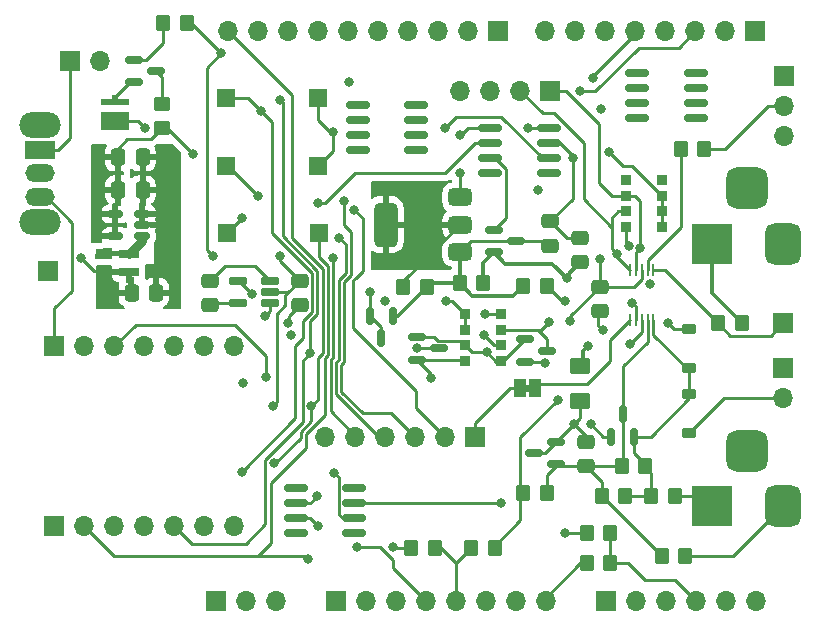
<source format=gbr>
%TF.GenerationSoftware,KiCad,Pcbnew,9.0.3*%
%TF.CreationDate,2025-08-02T21:51:47-05:00*%
%TF.ProjectId,DMM_KiCAD_V3_next KiCAD9,444d4d5f-4b69-4434-9144-5f56335f6e65,rev?*%
%TF.SameCoordinates,Original*%
%TF.FileFunction,Copper,L1,Top*%
%TF.FilePolarity,Positive*%
%FSLAX46Y46*%
G04 Gerber Fmt 4.6, Leading zero omitted, Abs format (unit mm)*
G04 Created by KiCad (PCBNEW 9.0.3) date 2025-08-02 21:51:47*
%MOMM*%
%LPD*%
G01*
G04 APERTURE LIST*
G04 Aperture macros list*
%AMRoundRect*
0 Rectangle with rounded corners*
0 $1 Rounding radius*
0 $2 $3 $4 $5 $6 $7 $8 $9 X,Y pos of 4 corners*
0 Add a 4 corners polygon primitive as box body*
4,1,4,$2,$3,$4,$5,$6,$7,$8,$9,$2,$3,0*
0 Add four circle primitives for the rounded corners*
1,1,$1+$1,$2,$3*
1,1,$1+$1,$4,$5*
1,1,$1+$1,$6,$7*
1,1,$1+$1,$8,$9*
0 Add four rect primitives between the rounded corners*
20,1,$1+$1,$2,$3,$4,$5,0*
20,1,$1+$1,$4,$5,$6,$7,0*
20,1,$1+$1,$6,$7,$8,$9,0*
20,1,$1+$1,$8,$9,$2,$3,0*%
G04 Aperture macros list end*
%TA.AperFunction,EtchedComponent*%
%ADD10C,0.000000*%
%TD*%
%TA.AperFunction,SMDPad,CuDef*%
%ADD11RoundRect,0.250000X-0.350000X-0.450000X0.350000X-0.450000X0.350000X0.450000X-0.350000X0.450000X0*%
%TD*%
%TA.AperFunction,SMDPad,CuDef*%
%ADD12RoundRect,0.150000X-0.825000X-0.150000X0.825000X-0.150000X0.825000X0.150000X-0.825000X0.150000X0*%
%TD*%
%TA.AperFunction,SMDPad,CuDef*%
%ADD13R,1.800000X0.650000*%
%TD*%
%TA.AperFunction,SMDPad,CuDef*%
%ADD14R,1.500000X1.500000*%
%TD*%
%TA.AperFunction,SMDPad,CuDef*%
%ADD15R,2.400000X1.600000*%
%TD*%
%TA.AperFunction,SMDPad,CuDef*%
%ADD16R,2.400000X0.600000*%
%TD*%
%TA.AperFunction,SMDPad,CuDef*%
%ADD17R,0.500000X0.600000*%
%TD*%
%TA.AperFunction,ComponentPad*%
%ADD18R,3.500000X3.500000*%
%TD*%
%TA.AperFunction,ComponentPad*%
%ADD19RoundRect,0.750000X0.750000X1.000000X-0.750000X1.000000X-0.750000X-1.000000X0.750000X-1.000000X0*%
%TD*%
%TA.AperFunction,ComponentPad*%
%ADD20RoundRect,0.875000X0.875000X0.875000X-0.875000X0.875000X-0.875000X-0.875000X0.875000X-0.875000X0*%
%TD*%
%TA.AperFunction,SMDPad,CuDef*%
%ADD21RoundRect,0.250000X-0.450000X0.350000X-0.450000X-0.350000X0.450000X-0.350000X0.450000X0.350000X0*%
%TD*%
%TA.AperFunction,ComponentPad*%
%ADD22O,3.500000X2.200000*%
%TD*%
%TA.AperFunction,ComponentPad*%
%ADD23R,2.500000X1.500000*%
%TD*%
%TA.AperFunction,ComponentPad*%
%ADD24O,2.500000X1.500000*%
%TD*%
%TA.AperFunction,SMDPad,CuDef*%
%ADD25RoundRect,0.150000X0.587500X0.150000X-0.587500X0.150000X-0.587500X-0.150000X0.587500X-0.150000X0*%
%TD*%
%TA.AperFunction,SMDPad,CuDef*%
%ADD26RoundRect,0.250000X0.350000X0.450000X-0.350000X0.450000X-0.350000X-0.450000X0.350000X-0.450000X0*%
%TD*%
%TA.AperFunction,SMDPad,CuDef*%
%ADD27RoundRect,0.225000X-0.375000X0.225000X-0.375000X-0.225000X0.375000X-0.225000X0.375000X0.225000X0*%
%TD*%
%TA.AperFunction,SMDPad,CuDef*%
%ADD28RoundRect,0.250000X-0.475000X0.337500X-0.475000X-0.337500X0.475000X-0.337500X0.475000X0.337500X0*%
%TD*%
%TA.AperFunction,SMDPad,CuDef*%
%ADD29RoundRect,0.150000X0.150000X-0.587500X0.150000X0.587500X-0.150000X0.587500X-0.150000X-0.587500X0*%
%TD*%
%TA.AperFunction,SMDPad,CuDef*%
%ADD30RoundRect,0.150000X-0.587500X-0.150000X0.587500X-0.150000X0.587500X0.150000X-0.587500X0.150000X0*%
%TD*%
%TA.AperFunction,SMDPad,CuDef*%
%ADD31R,0.900000X0.900000*%
%TD*%
%TA.AperFunction,SMDPad,CuDef*%
%ADD32RoundRect,0.250000X0.475000X-0.337500X0.475000X0.337500X-0.475000X0.337500X-0.475000X-0.337500X0*%
%TD*%
%TA.AperFunction,SMDPad,CuDef*%
%ADD33RoundRect,0.150000X0.825000X0.150000X-0.825000X0.150000X-0.825000X-0.150000X0.825000X-0.150000X0*%
%TD*%
%TA.AperFunction,ComponentPad*%
%ADD34R,1.700000X1.700000*%
%TD*%
%TA.AperFunction,ComponentPad*%
%ADD35O,1.700000X1.700000*%
%TD*%
%TA.AperFunction,SMDPad,CuDef*%
%ADD36RoundRect,0.375000X0.625000X0.375000X-0.625000X0.375000X-0.625000X-0.375000X0.625000X-0.375000X0*%
%TD*%
%TA.AperFunction,SMDPad,CuDef*%
%ADD37RoundRect,0.500000X0.500000X1.400000X-0.500000X1.400000X-0.500000X-1.400000X0.500000X-1.400000X0*%
%TD*%
%TA.AperFunction,SMDPad,CuDef*%
%ADD38R,1.000000X1.500000*%
%TD*%
%TA.AperFunction,SMDPad,CuDef*%
%ADD39RoundRect,0.250000X-0.337500X-0.475000X0.337500X-0.475000X0.337500X0.475000X-0.337500X0.475000X0*%
%TD*%
%TA.AperFunction,SMDPad,CuDef*%
%ADD40R,0.250000X1.100000*%
%TD*%
%TA.AperFunction,SMDPad,CuDef*%
%ADD41RoundRect,0.150000X-0.150000X0.587500X-0.150000X-0.587500X0.150000X-0.587500X0.150000X0.587500X0*%
%TD*%
%TA.AperFunction,SMDPad,CuDef*%
%ADD42RoundRect,0.150000X0.512500X0.150000X-0.512500X0.150000X-0.512500X-0.150000X0.512500X-0.150000X0*%
%TD*%
%TA.AperFunction,SMDPad,CuDef*%
%ADD43RoundRect,0.162500X0.617500X0.162500X-0.617500X0.162500X-0.617500X-0.162500X0.617500X-0.162500X0*%
%TD*%
%TA.AperFunction,SMDPad,CuDef*%
%ADD44RoundRect,0.250001X-0.624999X0.462499X-0.624999X-0.462499X0.624999X-0.462499X0.624999X0.462499X0*%
%TD*%
%TA.AperFunction,ViaPad*%
%ADD45C,0.800000*%
%TD*%
%TA.AperFunction,Conductor*%
%ADD46C,0.250000*%
%TD*%
%TA.AperFunction,Conductor*%
%ADD47C,0.750000*%
%TD*%
%TA.AperFunction,Conductor*%
%ADD48C,0.350000*%
%TD*%
G04 APERTURE END LIST*
D10*
%TA.AperFunction,EtchedComponent*%
%TO.C,JP6*%
G36*
X122800000Y-81350000D02*
G01*
X122300000Y-81350000D01*
X122300000Y-80750000D01*
X122800000Y-80750000D01*
X122800000Y-81350000D01*
G37*
%TD.AperFunction*%
%TD*%
D11*
%TO.P,R7,1*%
%TO.N,I_Input*%
X135500000Y-60800000D03*
%TO.P,R7,2*%
%TO.N,Net-(J11-Pin_2)*%
X137500000Y-60800000D03*
%TD*%
D12*
%TO.P,U8,1*%
%TO.N,unconnected-(U8-Pad1)*%
X108150000Y-57100000D03*
%TO.P,U8,2,-*%
%TO.N,unconnected-(U8A---Pad2)*%
X108150000Y-58370000D03*
%TO.P,U8,3,+*%
%TO.N,unconnected-(U8A-+-Pad3)*%
X108150000Y-59640000D03*
%TO.P,U8,4,V-*%
%TO.N,unconnected-(U8C-V--Pad4)*%
X108150000Y-60910000D03*
%TO.P,U8,5,+*%
%TO.N,unconnected-(U8B-+-Pad5)*%
X113100000Y-60910000D03*
%TO.P,U8,6,-*%
%TO.N,unconnected-(U8B---Pad6)*%
X113100000Y-59640000D03*
%TO.P,U8,7*%
%TO.N,unconnected-(U8-Pad7)*%
X113100000Y-58370000D03*
%TO.P,U8,8,V+*%
%TO.N,unconnected-(U8C-V+-Pad8)*%
X113100000Y-57100000D03*
%TD*%
D13*
%TO.P,L1,1,1*%
%TO.N,XIAO Batt Pin*%
X88778500Y-71194000D03*
%TO.P,L1,2,2*%
%TO.N,Net-(U9-SW)*%
X88778500Y-69644000D03*
%TD*%
D14*
%TO.P,SW1,2,2*%
%TO.N,GND*%
X104775000Y-56515000D03*
%TO.P,SW1,1,1*%
%TO.N,D3~*%
X96975000Y-56515000D03*
%TD*%
%TO.P,SW2,2,2*%
%TO.N,GND*%
X104775000Y-62230000D03*
%TO.P,SW2,1,1*%
%TO.N,D10~*%
X96975000Y-62230000D03*
%TD*%
D15*
%TO.P,D1,1,K*%
%TO.N,GND*%
X87630000Y-58465000D03*
D16*
%TO.P,D1,2,A*%
%TO.N,Net-(D1-A)*%
X87630000Y-56815000D03*
D17*
X87630000Y-56515000D03*
%TD*%
D18*
%TO.P,J14,1*%
%TO.N,Resistor_Input*%
X138145000Y-68835000D03*
D19*
%TO.P,J14,2*%
%TO.N,Net-(F1-Pad1)*%
X144145000Y-68835000D03*
D20*
%TO.P,J14,3*%
%TO.N,N/C*%
X141145000Y-64135000D03*
%TD*%
D18*
%TO.P,J15,1*%
%TO.N,V_Input_Float*%
X138145000Y-91060000D03*
D19*
%TO.P,J15,2*%
%TO.N,V_Input_REF*%
X144145000Y-91060000D03*
D20*
%TO.P,J15,3*%
%TO.N,N/C*%
X141145000Y-86360000D03*
%TD*%
D21*
%TO.P,R1,2*%
%TO.N,VDD*%
X91600000Y-59000000D03*
%TO.P,R1,1*%
%TO.N,Net-(Q1-C)*%
X91600000Y-57000000D03*
%TD*%
D22*
%TO.P,SW3,*%
%TO.N,*%
X81280000Y-58765000D03*
X81280000Y-66965000D03*
D23*
%TO.P,SW3,1,A*%
%TO.N,+BATT*%
X81280000Y-60865000D03*
D24*
%TO.P,SW3,2,B*%
%TO.N,XIAO Batt Pin*%
X81280000Y-62865000D03*
%TO.P,SW3,3,C*%
%TO.N,XIAO 5V*%
X81280000Y-64865000D03*
%TD*%
D12*
%TO.P,U4,8,NC*%
%TO.N,unconnected-(U4-NC-Pad8)*%
X107885000Y-89535000D03*
%TO.P,U4,7,OUT_A*%
%TO.N,/Driver_U4_Out_A*%
X107885000Y-90805000D03*
%TO.P,U4,6,Vcc*%
%TO.N,+9V*%
X107885000Y-92075000D03*
%TO.P,U4,5,OUT_B*%
%TO.N,/Driver_U4_Out_B*%
X107885000Y-93345000D03*
%TO.P,U4,4,IN_B*%
%TO.N,/Driver_U4_In_B*%
X102935000Y-93345000D03*
%TO.P,U4,3,GND*%
%TO.N,GND*%
X102935000Y-92075000D03*
%TO.P,U4,2,IN_A*%
%TO.N,D5~ (IR)*%
X102935000Y-90805000D03*
%TO.P,U4,1,NC*%
%TO.N,unconnected-(U4-NC-Pad1)*%
X102935000Y-89535000D03*
%TD*%
%TO.P,U5,1*%
%TO.N,unconnected-(U5-Pad1)*%
X131850000Y-54390000D03*
%TO.P,U5,2,-*%
%TO.N,unconnected-(U5A---Pad2)*%
X131850000Y-55660000D03*
%TO.P,U5,3,+*%
%TO.N,unconnected-(U5A-+-Pad3)*%
X131850000Y-56930000D03*
%TO.P,U5,4,V-*%
%TO.N,unconnected-(U5C-V--Pad4)*%
X131850000Y-58200000D03*
%TO.P,U5,5,+*%
%TO.N,unconnected-(U5B-+-Pad5)*%
X136800000Y-58200000D03*
%TO.P,U5,6,-*%
%TO.N,unconnected-(U5B---Pad6)*%
X136800000Y-56930000D03*
%TO.P,U5,7*%
%TO.N,unconnected-(U5-Pad7)*%
X136800000Y-55660000D03*
%TO.P,U5,8,V+*%
%TO.N,unconnected-(U5C-V+-Pad8)*%
X136800000Y-54390000D03*
%TD*%
D25*
%TO.P,U10,1,K*%
%TO.N,/V Ref to ADS-0*%
X124968000Y-87498000D03*
%TO.P,U10,2,A*%
%TO.N,GND*%
X124968000Y-85598000D03*
%TO.P,U10,3,nc_(gnd)*%
X123093000Y-86548000D03*
%TD*%
D11*
%TO.P,R27,1*%
%TO.N,VDD*%
X122190000Y-89916000D03*
%TO.P,R27,2*%
%TO.N,/V Ref to ADS-0*%
X124190000Y-89916000D03*
%TD*%
%TO.P,R14,1*%
%TO.N,/V Ref to ADS-0*%
X128810000Y-90170000D03*
%TO.P,R14,2*%
%TO.N,/ADC-1*%
X130810000Y-90170000D03*
%TD*%
D26*
%TO.P,R17,2*%
%TO.N,/ADC-1*%
X132985000Y-90170000D03*
%TO.P,R17,1*%
%TO.N,V_Input_Float*%
X134985000Y-90170000D03*
%TD*%
D27*
%TO.P,D4,2,A*%
%TO.N,/ADC-1*%
X136200000Y-79350000D03*
%TO.P,D4,1,K*%
%TO.N,VDD*%
X136200000Y-76050000D03*
%TD*%
%TO.P,D5,2,A*%
%TO.N,GND*%
X136200000Y-84850000D03*
%TO.P,D5,1,K*%
%TO.N,/ADC-1*%
X136200000Y-81550000D03*
%TD*%
D28*
%TO.P,C17,2*%
%TO.N,/V Ref to ADS-0*%
X127508000Y-87651500D03*
%TO.P,C17,1*%
%TO.N,GND*%
X127508000Y-85576500D03*
%TD*%
D26*
%TO.P,R18,2*%
%TO.N,/V Ref to ADS-0*%
X133890000Y-95250000D03*
%TO.P,R18,1*%
%TO.N,V_Input_REF*%
X135890000Y-95250000D03*
%TD*%
D29*
%TO.P,Q8,3,D*%
%TO.N,/V Ref to ADS-0*%
X130600000Y-83262500D03*
%TO.P,Q8,2,S*%
%TO.N,/ADC-1*%
X131550000Y-85137500D03*
%TO.P,Q8,1,G*%
%TO.N,/Driver_U4_Out_A*%
X129650000Y-85137500D03*
%TD*%
D26*
%TO.P,R24,1*%
%TO.N,/ADC-1*%
X132500000Y-87600000D03*
%TO.P,R24,2*%
%TO.N,/V Ref to ADS-0*%
X130500000Y-87600000D03*
%TD*%
D30*
%TO.P,Q7,1,G*%
%TO.N,+3V3*%
X122307000Y-76920000D03*
%TO.P,Q7,2,S*%
%TO.N,SDA*%
X122307000Y-78820000D03*
%TO.P,Q7,3,D*%
%TO.N,SDA-5V*%
X124182000Y-77870000D03*
%TD*%
%TO.P,Q6,1,G*%
%TO.N,+3V3*%
X113207000Y-76720000D03*
%TO.P,Q6,2,S*%
%TO.N,SCL*%
X113207000Y-78620000D03*
%TO.P,Q6,3,D*%
%TO.N,SCL-5V*%
X115082000Y-77670000D03*
%TD*%
D31*
%TO.P,RN2,8,R1.2*%
%TO.N,SCL-5V*%
X120282000Y-74770000D03*
%TO.P,RN2,7,R4.2*%
%TO.N,SDA-5V*%
X120282000Y-76110000D03*
%TO.P,RN2,6,R3.2*%
%TO.N,SDA*%
X120282000Y-77430000D03*
%TO.P,RN2,5,R2.2*%
%TO.N,+3V3*%
X120282000Y-78770000D03*
%TO.P,RN2,4,R2.1*%
%TO.N,SCL*%
X117282000Y-78770000D03*
%TO.P,RN2,3,R3.1*%
%TO.N,+3V3*%
X117282000Y-77430000D03*
%TO.P,RN2,2,R4.1*%
%TO.N,VDD*%
X117282000Y-76110000D03*
%TO.P,RN2,1,R1.1*%
X117282000Y-74770000D03*
%TD*%
D32*
%TO.P,C3,2*%
%TO.N,GND*%
X127000000Y-68304500D03*
%TO.P,C3,1*%
%TO.N,Resistor_Input*%
X127000000Y-70379500D03*
%TD*%
D30*
%TO.P,Q2,1,G*%
%TO.N,Net-(Q2-G)*%
X119712500Y-67630000D03*
%TO.P,Q2,2,S*%
%TO.N,Resistor_Input*%
X119712500Y-69530000D03*
%TO.P,Q2,3,D*%
%TO.N,/R Circuit I Output*%
X121587500Y-68580000D03*
%TD*%
D32*
%TO.P,C18,1*%
%TO.N,/R Circuit I Output*%
X124460000Y-68982500D03*
%TO.P,C18,2*%
%TO.N,GND*%
X124460000Y-66907500D03*
%TD*%
D33*
%TO.P,U2,1,NC*%
%TO.N,unconnected-(U2-NC-Pad1)*%
X124330000Y-62865000D03*
%TO.P,U2,2,IN_A*%
%TO.N,D7*%
X124330000Y-61595000D03*
%TO.P,U2,3,GND*%
%TO.N,GND*%
X124330000Y-60325000D03*
%TO.P,U2,4,IN_B*%
%TO.N,D9~*%
X124330000Y-59055000D03*
%TO.P,U2,5,OUT_B*%
%TO.N,/Driver_U2_Out_B*%
X119380000Y-59055000D03*
%TO.P,U2,6,Vcc*%
%TO.N,+9V*%
X119380000Y-60325000D03*
%TO.P,U2,7,OUT_A*%
%TO.N,Net-(Q2-G)*%
X119380000Y-61595000D03*
%TO.P,U2,8,NC*%
%TO.N,unconnected-(U2-NC-Pad8)*%
X119380000Y-62865000D03*
%TD*%
D32*
%TO.P,C4,1*%
%TO.N,GND*%
X128660305Y-74531630D03*
%TO.P,C4,2*%
%TO.N,VDD*%
X128660305Y-72456630D03*
%TD*%
D26*
%TO.P,R4,1*%
%TO.N,A3{slash}D17*%
X129540000Y-95880000D03*
%TO.P,R4,2*%
%TO.N,+VSW*%
X127540000Y-95880000D03*
%TD*%
D34*
%TO.P,J16,1,Pin_1*%
%TO.N,/R into ADS*%
X144145000Y-75565000D03*
%TD*%
%TO.P,J8,1,Pin_1*%
%TO.N,unconnected-(J8-Pin_1-Pad1)*%
X120015000Y-50800000D03*
D35*
%TO.P,J8,2,Pin_2*%
%TO.N,unconnected-(J8-Pin_2-Pad2)*%
X117475000Y-50800000D03*
%TO.P,J8,3,Pin_3*%
%TO.N,CS*%
X114935000Y-50800000D03*
%TO.P,J8,4,Pin_4*%
%TO.N,MOSI*%
X112395000Y-50800000D03*
%TO.P,J8,5,Pin_5*%
%TO.N,MISO*%
X109855000Y-50800000D03*
%TO.P,J8,6,Pin_6*%
%TO.N,CLK*%
X107315000Y-50800000D03*
%TO.P,J8,7,Pin_7*%
%TO.N,GND*%
X104775000Y-50800000D03*
%TO.P,J8,8,Pin_8*%
%TO.N,unconnected-(J8-Pin_8-Pad8)*%
X102235000Y-50800000D03*
%TO.P,J8,9,Pin_9*%
%TO.N,SDA*%
X99695000Y-50800000D03*
%TO.P,J8,10,Pin_10*%
%TO.N,SCL*%
X97155000Y-50800000D03*
%TD*%
D36*
%TO.P,U1,1,ADJ*%
%TO.N,/R Circuit I Output*%
X116840000Y-69498750D03*
%TO.P,U1,2,VO*%
%TO.N,Net-(U1-VO)*%
X116840000Y-67198750D03*
D37*
X110540000Y-67198750D03*
D36*
%TO.P,U1,3,VI*%
%TO.N,/Driver_U2_Out_B*%
X116840000Y-64898750D03*
%TD*%
D38*
%TO.P,JP6,1,A*%
%TO.N,GND*%
X121900000Y-81050000D03*
%TO.P,JP6,2,B*%
%TO.N,ADS_ADDR*%
X123200000Y-81050000D03*
%TD*%
D39*
%TO.P,C19,1*%
%TO.N,VDD*%
X87884000Y-61468000D03*
%TO.P,C19,2*%
%TO.N,GND*%
X89959000Y-61468000D03*
%TD*%
D26*
%TO.P,R22,1*%
%TO.N,VDD*%
X119745000Y-94615000D03*
%TO.P,R22,2*%
%TO.N,/Uno5vPin*%
X117745000Y-94615000D03*
%TD*%
D40*
%TO.P,U3,1,ADDR*%
%TO.N,ADS_ADDR*%
X131200305Y-75309130D03*
%TO.P,U3,2,ALERT/RDY*%
%TO.N,ADS_ALERT*%
X131700305Y-75309130D03*
%TO.P,U3,3,GND*%
%TO.N,GND*%
X132200305Y-75309130D03*
%TO.P,U3,4,AIN0*%
%TO.N,/V Ref to ADS-0*%
X132700305Y-75309130D03*
%TO.P,U3,5,AIN1*%
%TO.N,/ADC-1*%
X133200305Y-75309130D03*
%TO.P,U3,6,AIN2*%
%TO.N,/R into ADS*%
X133200305Y-71009130D03*
%TO.P,U3,7,AIN3*%
%TO.N,I_Input*%
X132700305Y-71009130D03*
%TO.P,U3,8,VDD*%
%TO.N,VDD*%
X132200305Y-71009130D03*
%TO.P,U3,9,SDA*%
%TO.N,SDA-5V*%
X131700305Y-71009130D03*
%TO.P,U3,10,SCL*%
%TO.N,SCL-5V*%
X131200305Y-71009130D03*
%TD*%
D34*
%TO.P,J10,1,Pin_1*%
%TO.N,A0{slash}D14*%
X129151624Y-99067665D03*
D35*
%TO.P,J10,2,Pin_2*%
%TO.N,A1{slash}D15*%
X131691624Y-99067665D03*
%TO.P,J10,3,Pin_3*%
%TO.N,A2{slash}D16*%
X134231624Y-99067665D03*
%TO.P,J10,4,Pin_4*%
%TO.N,A3{slash}D17*%
X136771624Y-99067665D03*
%TO.P,J10,5,Pin_5*%
%TO.N,unconnected-(J10-Pin_5-Pad5)*%
X139311624Y-99067665D03*
%TO.P,J10,6,Pin_6*%
%TO.N,unconnected-(J10-Pin_6-Pad6)*%
X141851624Y-99067665D03*
%TD*%
D11*
%TO.P,R3,1*%
%TO.N,GND*%
X127540000Y-93345000D03*
%TO.P,R3,2*%
%TO.N,A3{slash}D17*%
X129540000Y-93345000D03*
%TD*%
D34*
%TO.P,J11,1,Pin_1*%
%TO.N,VDD*%
X144215000Y-54625000D03*
D35*
%TO.P,J11,2,Pin_2*%
%TO.N,Net-(J11-Pin_2)*%
X144215000Y-57165000D03*
%TO.P,J11,3,Pin_3*%
%TO.N,GND*%
X144215000Y-59705000D03*
%TD*%
D11*
%TO.P,R5,1*%
%TO.N,Net-(U1-VO)*%
X112030000Y-72518750D03*
%TO.P,R5,2*%
%TO.N,/R Circuit I Output*%
X114030000Y-72518750D03*
%TD*%
%TO.P,R9,1*%
%TO.N,/R Circuit I Output*%
X116795000Y-72178750D03*
%TO.P,R9,2*%
%TO.N,Resistor_Input*%
X118795000Y-72178750D03*
%TD*%
D14*
%TO.P,SW4,1,1*%
%TO.N,A1{slash}D15*%
X104865000Y-67945000D03*
%TO.P,SW4,2,2*%
%TO.N,GND*%
X97065000Y-67945000D03*
%TD*%
D28*
%TO.P,C9,1*%
%TO.N,Net-(U7-C1-)*%
X95631000Y-71943000D03*
%TO.P,C9,2*%
%TO.N,Net-(U7-C1+)*%
X95631000Y-74018000D03*
%TD*%
D26*
%TO.P,R23,1*%
%TO.N,/Uno5vPin*%
X114665000Y-94615000D03*
%TO.P,R23,2*%
%TO.N,+BATT*%
X112665000Y-94615000D03*
%TD*%
D41*
%TO.P,U11,1,K*%
%TO.N,/R Circuit I Output*%
X111125000Y-74942500D03*
%TO.P,U11,2,A*%
%TO.N,GND*%
X109225000Y-74942500D03*
%TO.P,U11,3,nc_(gnd)*%
X110175000Y-76817500D03*
%TD*%
D34*
%TO.P,J12,1,Pin_1*%
%TO.N,A0{slash}D14*%
X144145000Y-79375000D03*
D35*
%TO.P,J12,2,Pin_2*%
%TO.N,GND*%
X144145000Y-81915000D03*
%TD*%
D42*
%TO.P,U9,1,SW*%
%TO.N,Net-(U9-SW)*%
X89916000Y-68194000D03*
%TO.P,U9,2,GND*%
%TO.N,GND*%
X89916000Y-67244000D03*
%TO.P,U9,3,nc_(gnd)*%
X89916000Y-66294000D03*
%TO.P,U9,4,VOUT*%
%TO.N,VDD*%
X87641000Y-66294000D03*
%TO.P,U9,5,nc_(vdd)*%
X87641000Y-68194000D03*
%TD*%
D43*
%TO.P,U7,1,Gnd*%
%TO.N,GND*%
X100711000Y-73848000D03*
%TO.P,U7,2,Out*%
%TO.N,+9V*%
X100711000Y-72898000D03*
%TO.P,U7,3,C1-*%
%TO.N,Net-(U7-C1-)*%
X100711000Y-71948000D03*
%TO.P,U7,4,In*%
%TO.N,VDD*%
X98011000Y-71948000D03*
%TO.P,U7,5,C1+*%
%TO.N,Net-(U7-C1+)*%
X98011000Y-73848000D03*
%TD*%
D34*
%TO.P,J17,1,Pin_1*%
%TO.N,XIAO Batt Pin*%
X81915000Y-71120000D03*
%TD*%
D26*
%TO.P,R6,1*%
%TO.N,GND*%
X124190000Y-72390000D03*
%TO.P,R6,2*%
%TO.N,/R Circuit I Output*%
X122190000Y-72390000D03*
%TD*%
D32*
%TO.P,C10,1*%
%TO.N,GND*%
X103251000Y-74018000D03*
%TO.P,C10,2*%
%TO.N,+9V*%
X103251000Y-71943000D03*
%TD*%
D11*
%TO.P,R21,1*%
%TO.N,/R into ADS*%
X138700000Y-75565000D03*
%TO.P,R21,2*%
%TO.N,Resistor_Input*%
X140700000Y-75565000D03*
%TD*%
D34*
%TO.P,J6,1,Pin_1*%
%TO.N,unconnected-(J6-Pin_1-Pad1)*%
X106287792Y-99065110D03*
D35*
%TO.P,J6,2,Pin_2*%
%TO.N,unconnected-(J6-Pin_2-Pad2)*%
X108827792Y-99065110D03*
%TO.P,J6,3,Pin_3*%
%TO.N,unconnected-(J6-Pin_3-Pad3)*%
X111367792Y-99065110D03*
%TO.P,J6,4,Pin_4*%
%TO.N,+3V3*%
X113907792Y-99065110D03*
%TO.P,J6,5,Pin_5*%
%TO.N,/Uno5vPin*%
X116447792Y-99065110D03*
%TO.P,J6,6,Pin_6*%
%TO.N,GND*%
X118987792Y-99065110D03*
%TO.P,J6,7,Pin_7*%
X121527792Y-99065110D03*
%TO.P,J6,8,Pin_8*%
%TO.N,+VSW*%
X124067792Y-99065110D03*
%TD*%
D44*
%TO.P,F1,1*%
%TO.N,Net-(F1-Pad1)*%
X127000000Y-79157500D03*
%TO.P,F1,2*%
%TO.N,GND*%
X127000000Y-82132500D03*
%TD*%
D34*
%TO.P,J3,1,Pin_1*%
%TO.N,A0{slash}D14*%
X82487996Y-92719534D03*
D35*
%TO.P,J3,2,Pin_2*%
%TO.N,A1{slash}D15*%
X85027996Y-92719534D03*
%TO.P,J3,3,Pin_3*%
%TO.N,A2{slash}D16*%
X87567996Y-92719534D03*
%TO.P,J3,4,Pin_4*%
%TO.N,D3~*%
X90107996Y-92719534D03*
%TO.P,J3,5,Pin_5*%
%TO.N,SDA*%
X92647996Y-92719534D03*
%TO.P,J3,6,Pin_6*%
%TO.N,SCL*%
X95187996Y-92719534D03*
%TO.P,J3,7,Pin_7*%
%TO.N,D6~*%
X97727996Y-92719534D03*
%TD*%
D34*
%TO.P,J13,1,Pin_1*%
%TO.N,unconnected-(J13-Pin_1-Pad1)*%
X141809463Y-50808987D03*
D35*
%TO.P,J13,2,Pin_2*%
%TO.N,unconnected-(J13-Pin_2-Pad2)*%
X139269463Y-50808987D03*
%TO.P,J13,3,Pin_3*%
%TO.N,D9~*%
X136729463Y-50808987D03*
%TO.P,J13,4,Pin_4*%
%TO.N,D3~*%
X134189463Y-50808987D03*
%TO.P,J13,5,Pin_5*%
%TO.N,D10~*%
X131649463Y-50808987D03*
%TO.P,J13,6,Pin_6*%
%TO.N,D5~ (IR)*%
X129109463Y-50808987D03*
%TO.P,J13,7,Pin_7*%
%TO.N,D6~*%
X126569463Y-50808987D03*
%TO.P,J13,8,Pin_8*%
%TO.N,D7*%
X124029463Y-50808987D03*
%TD*%
D34*
%TO.P,J7,1,Pin_1*%
%TO.N,+BATT*%
X83820000Y-53315000D03*
D35*
%TO.P,J7,2,Pin_2*%
%TO.N,GND*%
X86360000Y-53315000D03*
%TD*%
D34*
%TO.P,J1,1,Pin_1*%
%TO.N,XIAO 5V*%
X82487996Y-77479534D03*
D35*
%TO.P,J1,2,Pin_2*%
%TO.N,GND*%
X85027996Y-77479534D03*
%TO.P,J1,3,Pin_3*%
%TO.N,+3V3*%
X87567996Y-77479534D03*
%TO.P,J1,4,Pin_4*%
%TO.N,D10~*%
X90107996Y-77479534D03*
%TO.P,J1,5,Pin_5*%
%TO.N,D9~*%
X92647996Y-77479534D03*
%TO.P,J1,6,Pin_6*%
%TO.N,D5~ (IR)*%
X95187996Y-77479534D03*
%TO.P,J1,7,Pin_7*%
%TO.N,D7*%
X97727996Y-77479534D03*
%TD*%
D34*
%TO.P,J9,1,Pin_1*%
%TO.N,SDA-5V*%
X124460000Y-55880000D03*
D35*
%TO.P,J9,2,Pin_2*%
%TO.N,SCL-5V*%
X121920000Y-55880000D03*
%TO.P,J9,3,Pin_3*%
%TO.N,VDD*%
X119380000Y-55880000D03*
%TO.P,J9,4,Pin_4*%
%TO.N,GND*%
X116840000Y-55880000D03*
%TD*%
D39*
%TO.P,C15,1*%
%TO.N,XIAO Batt Pin*%
X89011000Y-72959000D03*
%TO.P,C15,2*%
%TO.N,GND*%
X91086000Y-72959000D03*
%TD*%
D34*
%TO.P,J2,1,Pin_1*%
%TO.N,GND*%
X118110000Y-85217000D03*
D35*
%TO.P,J2,2,Pin_2*%
%TO.N,MISO*%
X115570000Y-85217000D03*
%TO.P,J2,3,Pin_3*%
%TO.N,CLK*%
X113030000Y-85217000D03*
%TO.P,J2,4,Pin_4*%
%TO.N,MOSI*%
X110490000Y-85217000D03*
%TO.P,J2,5,Pin_5*%
%TO.N,CS*%
X107950000Y-85217000D03*
%TO.P,J2,6,Pin_6*%
%TO.N,+3V3*%
X105410000Y-85217000D03*
%TD*%
D34*
%TO.P,J5,1,Pin_1*%
%TO.N,unconnected-(J5-Pin_1-Pad1)*%
X96143981Y-99063151D03*
D35*
%TO.P,J5,2,Pin_2*%
%TO.N,GND*%
X98683981Y-99063151D03*
%TO.P,J5,3,Pin_3*%
%TO.N,unconnected-(J5-Pin_3-Pad3)*%
X101223981Y-99063151D03*
%TD*%
D39*
%TO.P,C16,1*%
%TO.N,VDD*%
X87884000Y-64262000D03*
%TO.P,C16,2*%
%TO.N,GND*%
X89959000Y-64262000D03*
%TD*%
D31*
%TO.P,RN1,1,R1.1*%
%TO.N,unconnected-(RN1-R1.1-Pad1)*%
X130900000Y-63400000D03*
%TO.P,RN1,2,R4.1*%
%TO.N,SDA-5V*%
X130900000Y-64740000D03*
%TO.P,RN1,3,R3.1*%
%TO.N,SCL-5V*%
X130900000Y-66060000D03*
%TO.P,RN1,4,R2.1*%
%TO.N,ADS_ALERT*%
X130900000Y-67400000D03*
%TO.P,RN1,5,R2.2*%
%TO.N,VDD*%
X133900000Y-67400000D03*
%TO.P,RN1,6,R3.2*%
X133900000Y-66060000D03*
%TO.P,RN1,7,R4.2*%
X133900000Y-64740000D03*
%TO.P,RN1,8,R1.2*%
%TO.N,unconnected-(RN1-R1.2-Pad8)*%
X133900000Y-63400000D03*
%TD*%
D26*
%TO.P,R2,1*%
%TO.N,D6~*%
X93710000Y-50165000D03*
%TO.P,R2,2*%
%TO.N,Net-(Q1-B)*%
X91710000Y-50165000D03*
%TD*%
D30*
%TO.P,Q1,1,B*%
%TO.N,Net-(Q1-B)*%
X89225000Y-53250000D03*
%TO.P,Q1,2,E*%
%TO.N,Net-(D1-A)*%
X89225000Y-55150000D03*
%TO.P,Q1,3,C*%
%TO.N,Net-(Q1-C)*%
X91100000Y-54200000D03*
%TD*%
D45*
%TO.N,D6~*%
X96610000Y-52705000D03*
%TO.N,D5~ (IR)*%
X123400000Y-64300000D03*
X128800000Y-57400000D03*
%TO.N,VDD*%
X125118500Y-82018500D03*
%TO.N,/Driver_U4_Out_A*%
X127900000Y-84100000D03*
X120300000Y-90800000D03*
%TO.N,SCL*%
X114400000Y-80200000D03*
%TO.N,+3V3*%
X119100000Y-78000000D03*
%TO.N,VDD*%
X115600000Y-73660000D03*
%TO.N,SDA-5V*%
X124400000Y-75400000D03*
%TO.N,SDA*%
X123982000Y-78870000D03*
%TO.N,SCL-5V*%
X113182000Y-77670000D03*
X118982000Y-74770000D03*
%TO.N,SDA*%
X118882000Y-76570000D03*
%TO.N,GND*%
X131200000Y-77300000D03*
%TO.N,ADS_ALERT*%
X132900000Y-72250000D03*
X131100000Y-69000000D03*
%TO.N,GND*%
X100330000Y-74930000D03*
X102260346Y-75561126D03*
%TO.N,+9V*%
X100965000Y-82550000D03*
X106178914Y-88200000D03*
%TO.N,D5~ (IR)*%
X102552500Y-76517500D03*
X104685000Y-90170000D03*
%TO.N,GND*%
X104775000Y-92710000D03*
%TO.N,+3V3*%
X108123001Y-94525001D03*
%TO.N,/Driver_U2_Out_B*%
X116840000Y-59600000D03*
X116840000Y-62865000D03*
%TO.N,+9V*%
X101600000Y-69850000D03*
X104775000Y-65405000D03*
%TO.N,D7*%
X115570000Y-59055000D03*
%TO.N,GND*%
X126365000Y-61595000D03*
%TO.N,D9~*%
X122555000Y-59055000D03*
%TO.N,GND*%
X106045000Y-59370000D03*
X125730000Y-93345000D03*
X91948000Y-65532000D03*
X90170000Y-59055000D03*
X125730000Y-73660000D03*
X126492000Y-84074000D03*
X98335000Y-66675000D03*
X109225000Y-72935000D03*
X128900000Y-76100000D03*
%TO.N,Resistor_Input*%
X125857000Y-71755000D03*
%TO.N,SDA*%
X104140000Y-78105000D03*
X101600000Y-56642000D03*
%TO.N,D6~*%
X95885000Y-69850000D03*
%TO.N,SCL*%
X101064554Y-87412054D03*
X104230000Y-82550000D03*
%TO.N,ADS_ALERT*%
X131400000Y-73800000D03*
%TO.N,D3~*%
X98335000Y-88138000D03*
X99937500Y-57542500D03*
%TO.N,VDD*%
X134463749Y-75547268D03*
X128660305Y-70100000D03*
X126174500Y-75374500D03*
X94210000Y-61190000D03*
X129425000Y-61075000D03*
X110490000Y-73660000D03*
X99183097Y-73056313D03*
%TO.N,D10~*%
X99695000Y-64770000D03*
X128059225Y-54780000D03*
%TO.N,D9~*%
X127000000Y-55880000D03*
X107430000Y-55130000D03*
%TO.N,A1{slash}D15*%
X103949500Y-95467000D03*
%TO.N,Net-(F1-Pad1)*%
X127635000Y-77470000D03*
%TO.N,+BATT*%
X111125000Y-94525000D03*
X98425000Y-80645000D03*
%TO.N,CS*%
X106092549Y-69985855D03*
%TO.N,MISO*%
X107827653Y-65917653D03*
%TO.N,+3V3*%
X100420000Y-80100000D03*
%TO.N,XIAO Batt Pin*%
X84725000Y-70000000D03*
%TO.N,MOSI*%
X106619176Y-68324023D03*
%TO.N,CLK*%
X107020653Y-65200653D03*
%TO.N,SDA-5V*%
X132080000Y-69215000D03*
%TO.N,SCL-5V*%
X130100000Y-69700000D03*
%TD*%
D46*
%TO.N,I_Input*%
X135500000Y-67384434D02*
X135500000Y-60800000D01*
X132700305Y-70184129D02*
X135500000Y-67384434D01*
X132700305Y-71009130D02*
X132700305Y-70184129D01*
%TO.N,Net-(J11-Pin_2)*%
X142860000Y-57165000D02*
X144215000Y-57165000D01*
X139225000Y-60800000D02*
X142860000Y-57165000D01*
X137500000Y-60800000D02*
X139225000Y-60800000D01*
%TO.N,SCL-5V*%
X129700000Y-66600000D02*
X129700000Y-67465347D01*
X130240000Y-66060000D02*
X129700000Y-66600000D01*
X130900000Y-66060000D02*
X130240000Y-66060000D01*
D47*
%TO.N,Net-(U9-SW)*%
X89916000Y-68556500D02*
X88778500Y-69694000D01*
X89916000Y-68194000D02*
X89916000Y-68556500D01*
D46*
%TO.N,XIAO Batt Pin*%
X85844000Y-71144000D02*
X88778500Y-71144000D01*
X84725000Y-70025000D02*
X85844000Y-71144000D01*
X84725000Y-70000000D02*
X84725000Y-70025000D01*
%TO.N,VDD*%
X94210000Y-61190000D02*
X92020000Y-59000000D01*
X92020000Y-59000000D02*
X91600000Y-59000000D01*
%TO.N,D7*%
X120330000Y-58100000D02*
X123825000Y-61595000D01*
X116525000Y-58100000D02*
X120330000Y-58100000D01*
X115570000Y-59055000D02*
X116525000Y-58100000D01*
%TO.N,CLK*%
X110998000Y-83185000D02*
X113030000Y-85217000D01*
X108586396Y-83185000D02*
X110998000Y-83185000D01*
X106760000Y-79055889D02*
X106760000Y-81358604D01*
X107580000Y-67785305D02*
X107580000Y-71492792D01*
X107580000Y-71492792D02*
X107001000Y-72071792D01*
X107001000Y-72071792D02*
X107001000Y-78814889D01*
X107020653Y-67225958D02*
X107580000Y-67785305D01*
X107020653Y-65200653D02*
X107020653Y-67225958D01*
X107001000Y-78814889D02*
X106760000Y-79055889D01*
X106760000Y-81358604D02*
X108586396Y-83185000D01*
%TO.N,SCL*%
X102600000Y-68333833D02*
X102600000Y-56245000D01*
X102600000Y-56245000D02*
X97155000Y-50800000D01*
X105201000Y-78069305D02*
X105201000Y-70934833D01*
X105201000Y-70934833D02*
X102600000Y-68333833D01*
X104775000Y-82005000D02*
X104775000Y-78495305D01*
X104775000Y-78495305D02*
X105201000Y-78069305D01*
X104230000Y-82550000D02*
X104775000Y-82005000D01*
%TO.N,SDA*%
X101800000Y-56842000D02*
X101600000Y-56642000D01*
X104751000Y-71121229D02*
X101800000Y-68170229D01*
X101800000Y-68170229D02*
X101800000Y-56842000D01*
X104140000Y-75397996D02*
X104751000Y-74786996D01*
X104140000Y-78105000D02*
X104140000Y-75397996D01*
X104751000Y-74786996D02*
X104751000Y-71121229D01*
%TO.N,D3~*%
X102870000Y-83603000D02*
X98335000Y-88138000D01*
X102870000Y-77470000D02*
X102870000Y-83603000D01*
X103505000Y-76835000D02*
X102870000Y-77470000D01*
X104301000Y-71307625D02*
X104301000Y-74600600D01*
X103505000Y-75396600D02*
X103505000Y-76835000D01*
X100900000Y-67906625D02*
X104301000Y-71307625D01*
X100900000Y-58505000D02*
X100900000Y-67906625D01*
X104301000Y-74600600D02*
X103505000Y-75396600D01*
X99937500Y-57542500D02*
X100900000Y-58505000D01*
%TO.N,D6~*%
X96595000Y-52705000D02*
X96610000Y-52705000D01*
X95400000Y-53900000D02*
X96595000Y-52705000D01*
X95400000Y-69365000D02*
X95400000Y-53900000D01*
X95885000Y-69850000D02*
X95400000Y-69365000D01*
%TO.N,VDD*%
X90656000Y-59944000D02*
X91600000Y-59000000D01*
%TO.N,Net-(Q1-C)*%
X91600000Y-54700000D02*
X91600000Y-57000000D01*
X91100000Y-54200000D02*
X91600000Y-54700000D01*
%TO.N,VDD*%
X87741000Y-60849000D02*
X87741000Y-64069000D01*
X88646000Y-59944000D02*
X87741000Y-60849000D01*
X90656000Y-59944000D02*
X88646000Y-59944000D01*
%TO.N,Net-(Q1-B)*%
X90250000Y-53250000D02*
X91710000Y-51790000D01*
X89225000Y-53250000D02*
X90250000Y-53250000D01*
X91710000Y-51790000D02*
X91710000Y-50165000D01*
%TO.N,Net-(D1-A)*%
X88773000Y-55245000D02*
X87630000Y-56388000D01*
%TO.N,ADS_ADDR*%
X123550000Y-80700000D02*
X123200000Y-81050000D01*
X127600000Y-80700000D02*
X123550000Y-80700000D01*
X129540000Y-78760000D02*
X127600000Y-80700000D01*
X131200305Y-75309130D02*
X129540000Y-76969435D01*
X129540000Y-76969435D02*
X129540000Y-78760000D01*
%TO.N,SCL-5V*%
X127300000Y-65065347D02*
X129700000Y-67465347D01*
X127300000Y-60300000D02*
X127300000Y-65065347D01*
X124785000Y-57785000D02*
X127300000Y-60300000D01*
X121920000Y-55880000D02*
X123825000Y-57785000D01*
X123825000Y-57785000D02*
X124785000Y-57785000D01*
X129700000Y-69300000D02*
X130100000Y-69700000D01*
X129700000Y-67534653D02*
X129700000Y-69300000D01*
%TO.N,SDA*%
X103505000Y-83946302D02*
X103505000Y-78740000D01*
X103505000Y-78740000D02*
X104140000Y-78105000D01*
X100330000Y-87121302D02*
X103505000Y-83946302D01*
X100330000Y-92570000D02*
X100330000Y-87121302D01*
X98666000Y-94234000D02*
X100330000Y-92570000D01*
X94162462Y-94234000D02*
X98666000Y-94234000D01*
X92647996Y-92719534D02*
X94162462Y-94234000D01*
%TO.N,A1{slash}D15*%
X100802000Y-94143000D02*
X99695000Y-95250000D01*
X100802000Y-89063000D02*
X100802000Y-94143000D01*
X105651000Y-78255701D02*
X105410000Y-78496701D01*
X105651000Y-70726000D02*
X105651000Y-78255701D01*
X103770000Y-86095000D02*
X100802000Y-89063000D01*
X104865000Y-69940000D02*
X105651000Y-70726000D01*
X104865000Y-67945000D02*
X104865000Y-69940000D01*
X105410000Y-78496701D02*
X105410000Y-83314094D01*
X105410000Y-83314094D02*
X103770000Y-84954094D01*
X103770000Y-84954094D02*
X103770000Y-86095000D01*
%TO.N,D9~*%
X135338450Y-52200000D02*
X136729463Y-50808987D01*
X131950000Y-52200000D02*
X135338450Y-52200000D01*
X128270000Y-55880000D02*
X131950000Y-52200000D01*
X127000000Y-55880000D02*
X128270000Y-55880000D01*
%TO.N,D10~*%
X128059225Y-54640775D02*
X131649463Y-51050537D01*
X128059225Y-54780000D02*
X128059225Y-54640775D01*
%TO.N,/V Ref to ADS-0*%
X130600000Y-79200000D02*
X130600000Y-83262500D01*
X132700305Y-77099695D02*
X130600000Y-79200000D01*
X132700305Y-75309130D02*
X132700305Y-77099695D01*
%TO.N,/ADC-1*%
X136200000Y-81900000D02*
X136200000Y-81550000D01*
X132962500Y-85137500D02*
X136200000Y-81900000D01*
X131550000Y-85137500D02*
X132962500Y-85137500D01*
%TO.N,GND*%
X100711000Y-74549000D02*
X100330000Y-74930000D01*
X100711000Y-73848000D02*
X100711000Y-74549000D01*
%TO.N,+9V*%
X102296000Y-72904000D02*
X102000000Y-73200000D01*
X102296000Y-72898000D02*
X102296000Y-72904000D01*
X102000000Y-74034346D02*
X102000000Y-73200000D01*
X101300000Y-74734346D02*
X102000000Y-74034346D01*
X100965000Y-82550000D02*
X101300000Y-82215000D01*
X101300000Y-82215000D02*
X101300000Y-74734346D01*
%TO.N,+3V3*%
X97790000Y-75692000D02*
X89355530Y-75692000D01*
X100400000Y-78302000D02*
X97790000Y-75692000D01*
X89355530Y-75692000D02*
X87567996Y-77479534D01*
X100400000Y-80080000D02*
X100400000Y-78302000D01*
X100420000Y-80100000D02*
X100400000Y-80080000D01*
%TO.N,+9V*%
X106910001Y-92075000D02*
X107885000Y-92075000D01*
X106584000Y-91748999D02*
X106910001Y-92075000D01*
X106584000Y-88605086D02*
X106584000Y-91748999D01*
X106178914Y-88200000D02*
X106584000Y-88605086D01*
%TO.N,+3V3*%
X116871999Y-77019999D02*
X117282000Y-77430000D01*
X114919999Y-77019999D02*
X116871999Y-77019999D01*
X114620000Y-76720000D02*
X114919999Y-77019999D01*
X113207000Y-76720000D02*
X114620000Y-76720000D01*
%TO.N,/V Ref to ADS-0*%
X133890000Y-95250000D02*
X128810000Y-90170000D01*
%TO.N,SDA-5V*%
X130900000Y-64740000D02*
X129670000Y-64740000D01*
X129670000Y-64740000D02*
X128630000Y-63700000D01*
X132080000Y-65220000D02*
X131600000Y-64740000D01*
X131600000Y-64740000D02*
X130900000Y-64740000D01*
X132080000Y-69215000D02*
X132080000Y-65220000D01*
%TO.N,VDD*%
X133900000Y-66060000D02*
X133900000Y-67400000D01*
%TO.N,SDA-5V*%
X128630000Y-58698125D02*
X128630000Y-63700000D01*
X125811875Y-55880000D02*
X128630000Y-58698125D01*
X124460000Y-55880000D02*
X125811875Y-55880000D01*
%TO.N,ADS_ALERT*%
X130900000Y-68800000D02*
X130900000Y-67400000D01*
X131100000Y-69000000D02*
X130900000Y-68800000D01*
%TO.N,VDD*%
X128660305Y-71967240D02*
X128905000Y-72211935D01*
X128660305Y-70100000D02*
X128660305Y-71967240D01*
%TO.N,/ADC-1*%
X133200305Y-76500305D02*
X136050000Y-79350000D01*
X133200305Y-75309130D02*
X133200305Y-76500305D01*
%TO.N,/V Ref to ADS-0*%
X127559500Y-87600000D02*
X130250500Y-87600000D01*
X130600000Y-87310500D02*
X130600000Y-83262500D01*
%TO.N,/ADC-1*%
X132985000Y-88259500D02*
X132985000Y-90170000D01*
X131550000Y-86550000D02*
X132400000Y-87400000D01*
X132400000Y-87674500D02*
X132985000Y-88259500D01*
X131550000Y-85137500D02*
X131550000Y-86550000D01*
X136200000Y-81550000D02*
X136200000Y-79350000D01*
%TO.N,/Driver_U4_Out_A*%
X128937500Y-85137500D02*
X127900000Y-84100000D01*
X129650000Y-85137500D02*
X128937500Y-85137500D01*
%TO.N,GND*%
X118110000Y-83990000D02*
X118110000Y-85217000D01*
X121050000Y-81050000D02*
X118110000Y-83990000D01*
X121900000Y-81050000D02*
X121050000Y-81050000D01*
%TO.N,/Driver_U4_Out_A*%
X120295000Y-90805000D02*
X120300000Y-90800000D01*
X107885000Y-90805000D02*
X120295000Y-90805000D01*
%TO.N,/V Ref to ADS-0*%
X128810000Y-88953500D02*
X127508000Y-87651500D01*
X128810000Y-90170000D02*
X128810000Y-88953500D01*
%TO.N,GND*%
X139135000Y-81915000D02*
X144145000Y-81915000D01*
X136200000Y-84850000D02*
X139135000Y-81915000D01*
%TO.N,VDD*%
X119745000Y-94393000D02*
X121920000Y-92218000D01*
X121920000Y-92218000D02*
X121920000Y-85217000D01*
X121920000Y-85217000D02*
X125118500Y-82018500D01*
%TO.N,SCL*%
X114400000Y-79813000D02*
X113207000Y-78620000D01*
X114400000Y-80200000D02*
X114400000Y-79813000D01*
%TO.N,+3V3*%
X117852000Y-78000000D02*
X117282000Y-77430000D01*
X119100000Y-78000000D02*
X117852000Y-78000000D01*
X119900000Y-78800000D02*
X120252000Y-78800000D01*
X119100000Y-78000000D02*
X119900000Y-78800000D01*
%TO.N,MISO*%
X107800000Y-71910602D02*
X107800000Y-75989000D01*
X113088000Y-81277000D02*
X113088000Y-82735000D01*
X108031000Y-71674000D02*
X108031000Y-71679602D01*
X108585000Y-71120000D02*
X108031000Y-71674000D01*
X108585000Y-66675000D02*
X108585000Y-71120000D01*
X107800000Y-75989000D02*
X113088000Y-81277000D01*
X107827653Y-65917653D02*
X108585000Y-66675000D01*
X108031000Y-71679602D02*
X107800000Y-71910602D01*
%TO.N,VDD*%
X115600000Y-73660000D02*
X116172000Y-73660000D01*
X116172000Y-73660000D02*
X117282000Y-74770000D01*
%TO.N,SDA-5V*%
X123690000Y-76110000D02*
X124400000Y-75400000D01*
X123410000Y-76110000D02*
X123690000Y-76110000D01*
X123410000Y-76110000D02*
X120282000Y-76110000D01*
X124182000Y-76882000D02*
X123410000Y-76110000D01*
X124182000Y-77870000D02*
X124182000Y-76882000D01*
%TO.N,SDA*%
X120282000Y-77430000D02*
X119742000Y-77430000D01*
X119742000Y-77430000D02*
X118882000Y-76570000D01*
%TO.N,SCL-5V*%
X115082000Y-77670000D02*
X113182000Y-77670000D01*
%TO.N,VDD*%
X117282000Y-74770000D02*
X117282000Y-76110000D01*
%TO.N,SCL-5V*%
X118982000Y-74770000D02*
X120282000Y-74770000D01*
%TO.N,SDA*%
X122307000Y-78820000D02*
X123932000Y-78820000D01*
%TO.N,SCL*%
X113207000Y-78620000D02*
X117132000Y-78620000D01*
%TO.N,+3V3*%
X120457000Y-78770000D02*
X122307000Y-76920000D01*
%TO.N,VDD*%
X130600000Y-62250000D02*
X129425000Y-61075000D01*
X131350000Y-62250000D02*
X130600000Y-62250000D01*
X133900000Y-66060000D02*
X133900000Y-64800000D01*
X133900000Y-64800000D02*
X131350000Y-62250000D01*
%TO.N,GND*%
X128542434Y-75742434D02*
X128542434Y-74649501D01*
X128900000Y-76100000D02*
X128542434Y-75742434D01*
X132200305Y-76299695D02*
X131200000Y-77300000D01*
X132200305Y-75309130D02*
X132200305Y-76299695D01*
%TO.N,ADS_ALERT*%
X131700305Y-74100305D02*
X131700305Y-75309130D01*
X131400000Y-73800000D02*
X131700305Y-74100305D01*
%TO.N,SCL-5V*%
X130100000Y-69908825D02*
X131200305Y-71009130D01*
X130100000Y-69700000D02*
X130100000Y-69908825D01*
%TO.N,SDA-5V*%
X131700305Y-69594695D02*
X131700305Y-71009130D01*
X132080000Y-69215000D02*
X131700305Y-69594695D01*
%TO.N,GND*%
X102260346Y-75561126D02*
X102339000Y-75482472D01*
X102339000Y-75482472D02*
X102339000Y-74930000D01*
X102339000Y-74930000D02*
X103251000Y-74018000D01*
%TO.N,MISO*%
X113088000Y-82735000D02*
X115570000Y-85217000D01*
%TO.N,D5~ (IR)*%
X104775000Y-90170000D02*
X104685000Y-90170000D01*
X104140000Y-90805000D02*
X104775000Y-90170000D01*
X102935000Y-90805000D02*
X104140000Y-90805000D01*
%TO.N,GND*%
X104140000Y-92075000D02*
X102935000Y-92075000D01*
X104775000Y-92710000D02*
X104140000Y-92075000D01*
%TO.N,+3V3*%
X111108682Y-95623987D02*
X111108682Y-96266000D01*
X108123001Y-94525001D02*
X110009696Y-94525001D01*
X110009696Y-94525001D02*
X111108682Y-95623987D01*
X111108682Y-96266000D02*
X113907792Y-99065110D01*
%TO.N,+BATT*%
X111215000Y-94615000D02*
X112665000Y-94615000D01*
X111125000Y-94525000D02*
X111215000Y-94615000D01*
%TO.N,SCL*%
X104230000Y-83857698D02*
X104230000Y-82550000D01*
X103320000Y-84767698D02*
X104230000Y-83857698D01*
X103320000Y-85275000D02*
X103320000Y-84767698D01*
X101182946Y-87412054D02*
X103320000Y-85275000D01*
X101064554Y-87412054D02*
X101182946Y-87412054D01*
%TO.N,A1{slash}D15*%
X103732500Y-95250000D02*
X87558462Y-95250000D01*
X87558462Y-95250000D02*
X85027996Y-92719534D01*
X103949500Y-95467000D02*
X103732500Y-95250000D01*
%TO.N,+9V*%
X115570000Y-62865000D02*
X107950000Y-62865000D01*
X107950000Y-62865000D02*
X105410000Y-65405000D01*
X118110000Y-60325000D02*
X115570000Y-62865000D01*
X105410000Y-65405000D02*
X104775000Y-65405000D01*
X119380000Y-60325000D02*
X118110000Y-60325000D01*
%TO.N,MOSI*%
X106310000Y-81545000D02*
X109982000Y-85217000D01*
X106551000Y-78628493D02*
X106310000Y-78869493D01*
X106551000Y-71885396D02*
X106551000Y-78628493D01*
X107130000Y-71306396D02*
X106551000Y-71885396D01*
X107130000Y-68834847D02*
X107130000Y-71306396D01*
X106619176Y-68324023D02*
X107130000Y-68834847D01*
X106310000Y-78869493D02*
X106310000Y-81545000D01*
%TO.N,/Driver_U2_Out_B*%
X116840000Y-59690000D02*
X116840000Y-59600000D01*
X117475000Y-59055000D02*
X116840000Y-59690000D01*
X119380000Y-59055000D02*
X117475000Y-59055000D01*
X116840000Y-62865000D02*
X116840000Y-64898750D01*
%TO.N,/R Circuit I Output*%
X117758750Y-68580000D02*
X116840000Y-69498750D01*
X121587500Y-68580000D02*
X117758750Y-68580000D01*
X121587500Y-68580000D02*
X124057500Y-68580000D01*
D48*
%TO.N,Resistor_Input*%
X119712500Y-69530000D02*
X118795000Y-70447500D01*
X120675375Y-70492875D02*
X119712500Y-69530000D01*
X124594875Y-70492875D02*
X120675375Y-70492875D01*
X118795000Y-70447500D02*
X118795000Y-72178750D01*
X125857000Y-71755000D02*
X124594875Y-70492875D01*
D46*
%TO.N,+9V*%
X101600000Y-70292000D02*
X101600000Y-69850000D01*
X103251000Y-71943000D02*
X101600000Y-70292000D01*
%TO.N,Net-(Q2-G)*%
X120681000Y-62513678D02*
X120681000Y-66661500D01*
X120681000Y-66661500D02*
X119712500Y-67630000D01*
X119762322Y-61595000D02*
X120681000Y-62513678D01*
%TO.N,GND*%
X126365000Y-61595000D02*
X126365000Y-65002500D01*
X125857000Y-68304500D02*
X124460000Y-66907500D01*
X127000000Y-68304500D02*
X125857000Y-68304500D01*
X126365000Y-65002500D02*
X124460000Y-66907500D01*
X126365000Y-61385001D02*
X126365000Y-61595000D01*
X125304999Y-60325000D02*
X126365000Y-61385001D01*
X124330000Y-60325000D02*
X125304999Y-60325000D01*
%TO.N,D9~*%
X124330000Y-59055000D02*
X122555000Y-59055000D01*
%TO.N,GND*%
X104775000Y-62230000D02*
X106045000Y-60960000D01*
X106045000Y-60960000D02*
X106045000Y-59370000D01*
X104775000Y-58360000D02*
X105785000Y-59370000D01*
X87630000Y-58465000D02*
X89580000Y-58465000D01*
X125730000Y-73660000D02*
X125460000Y-73660000D01*
X127508000Y-85090000D02*
X126492000Y-84074000D01*
X125460000Y-73660000D02*
X124190000Y-72390000D01*
X124018000Y-86548000D02*
X124968000Y-85598000D01*
X89580000Y-58465000D02*
X90170000Y-59055000D01*
X123093000Y-86548000D02*
X124018000Y-86548000D01*
X109225000Y-73020000D02*
X109225000Y-72935000D01*
X109225000Y-73030000D02*
X109220000Y-73025000D01*
X109225000Y-74942500D02*
X109225000Y-73030000D01*
X127508000Y-85576500D02*
X127508000Y-85090000D01*
X110175000Y-76817500D02*
X110175000Y-75892500D01*
X104775000Y-57150000D02*
X104775000Y-58360000D01*
X106045000Y-59370000D02*
X105785000Y-59370000D01*
X127000000Y-83566000D02*
X127000000Y-82132500D01*
X110175000Y-75892500D02*
X109225000Y-74942500D01*
X109220000Y-73025000D02*
X109225000Y-73020000D01*
X126492000Y-84074000D02*
X124968000Y-85598000D01*
X125730000Y-93345000D02*
X127540000Y-93345000D01*
X98335000Y-66675000D02*
X97065000Y-67945000D01*
X126492000Y-84074000D02*
X127000000Y-83566000D01*
D48*
%TO.N,Resistor_Input*%
X138145000Y-73010000D02*
X138145000Y-68835000D01*
X125857000Y-71522500D02*
X127000000Y-70379500D01*
X140700000Y-75565000D02*
X138145000Y-73010000D01*
X125857000Y-71755000D02*
X125857000Y-71522500D01*
D46*
%TO.N,+9V*%
X100711000Y-72898000D02*
X102296000Y-72898000D01*
X102296000Y-72898000D02*
X103251000Y-71943000D01*
%TO.N,V_Input_REF*%
X139955000Y-95250000D02*
X144145000Y-91060000D01*
X135890000Y-95250000D02*
X139955000Y-95250000D01*
%TO.N,V_Input_Float*%
X134985000Y-90170000D02*
X137255000Y-90170000D01*
D48*
%TO.N,/R Circuit I Output*%
X111606250Y-74942500D02*
X111125000Y-74942500D01*
X117870000Y-73253750D02*
X116795000Y-72178750D01*
X121326250Y-73253750D02*
X117870000Y-73253750D01*
X116795000Y-72178750D02*
X116795000Y-69543750D01*
X122190000Y-72390000D02*
X121326250Y-73253750D01*
X116795000Y-72178750D02*
X114370000Y-72178750D01*
X114030000Y-72518750D02*
X111606250Y-74942500D01*
D46*
%TO.N,D3~*%
X98910000Y-56515000D02*
X99937500Y-57542500D01*
X96975000Y-56515000D02*
X98910000Y-56515000D01*
%TO.N,VDD*%
X128660305Y-72456630D02*
X131577805Y-72456630D01*
X99183097Y-73056313D02*
X98074784Y-71948000D01*
X126174500Y-75374500D02*
X126174500Y-74942435D01*
X134916481Y-76000000D02*
X134463749Y-75547268D01*
X126174500Y-74942435D02*
X128660305Y-72456630D01*
X136000000Y-76000000D02*
X134916481Y-76000000D01*
X132200305Y-71834130D02*
X131577805Y-72456630D01*
X132200305Y-71009130D02*
X132200305Y-71834130D01*
%TO.N,D10~*%
X97155000Y-62230000D02*
X99695000Y-64770000D01*
%TO.N,Net-(U1-VO)*%
X110540000Y-67198750D02*
X116840000Y-67198750D01*
X112030000Y-72008750D02*
X116840000Y-67198750D01*
%TO.N,A3{slash}D17*%
X131043959Y-95880000D02*
X132445959Y-97282000D01*
X132445959Y-97282000D02*
X134985959Y-97282000D01*
X129540000Y-93345000D02*
X129540000Y-95880000D01*
X134985959Y-97282000D02*
X136771624Y-99067665D01*
X129540000Y-95880000D02*
X131043959Y-95880000D01*
%TO.N,Net-(D1-A)*%
X87630000Y-56388000D02*
X87630000Y-56815000D01*
D48*
%TO.N,Net-(F1-Pad1)*%
X127635000Y-77470000D02*
X127217500Y-77887500D01*
X127217500Y-77887500D02*
X127217500Y-79375000D01*
D46*
%TO.N,+BATT*%
X82780000Y-60865000D02*
X83820000Y-59825000D01*
X81280000Y-60865000D02*
X82780000Y-60865000D01*
X83820000Y-59825000D02*
X83820000Y-53930000D01*
%TO.N,CS*%
X105860000Y-83000000D02*
X107950000Y-85090000D01*
X105860000Y-78683097D02*
X105860000Y-83000000D01*
X106101000Y-69994306D02*
X106101000Y-78442097D01*
X106101000Y-78442097D02*
X105860000Y-78683097D01*
X106092549Y-69985855D02*
X106101000Y-69994306D01*
%TO.N,Net-(U7-C1-)*%
X96901000Y-70673000D02*
X95631000Y-71943000D01*
X99436000Y-70673000D02*
X96901000Y-70673000D01*
X100711000Y-71948000D02*
X99436000Y-70673000D01*
%TO.N,Net-(U7-C1+)*%
X98011000Y-73848000D02*
X95801000Y-73848000D01*
%TO.N,XIAO 5V*%
X82487996Y-74294785D02*
X82487996Y-77479534D01*
X81845254Y-64865000D02*
X84000000Y-67019746D01*
X84000000Y-67019746D02*
X84000000Y-72782781D01*
X84000000Y-72782781D02*
X82487996Y-74294785D01*
%TO.N,XIAO Batt Pin*%
X88778500Y-71144000D02*
X88778500Y-72726500D01*
%TO.N,/R into ADS*%
X138700000Y-75565000D02*
X139725000Y-76590000D01*
X134144130Y-71009130D02*
X138700000Y-75565000D01*
X143120000Y-76590000D02*
X144145000Y-75565000D01*
X139725000Y-76590000D02*
X143120000Y-76590000D01*
X133200305Y-71009130D02*
X134144130Y-71009130D01*
%TO.N,+VSW*%
X124067792Y-98817208D02*
X127005000Y-95880000D01*
X127005000Y-95880000D02*
X127540000Y-95880000D01*
%TO.N,/Uno5vPin*%
X115205000Y-94615000D02*
X116475000Y-95885000D01*
X116475000Y-95885000D02*
X117745000Y-94615000D01*
X114665000Y-94615000D02*
X115205000Y-94615000D01*
X116447792Y-99065110D02*
X116447792Y-95912208D01*
X116447792Y-95912208D02*
X116475000Y-95885000D01*
%TO.N,/ADC-1*%
X130810000Y-90170000D02*
X132985000Y-90170000D01*
%TO.N,/V Ref to ADS-0*%
X124928500Y-87651500D02*
X127508000Y-87651500D01*
X124190000Y-88390000D02*
X124928500Y-87651500D01*
X124190000Y-89916000D02*
X124190000Y-88390000D01*
%TO.N,D6~*%
X94070000Y-50165000D02*
X96610000Y-52705000D01*
%TD*%
%TA.AperFunction,Conductor*%
%TO.N,Net-(U9-SW)*%
G36*
X87321539Y-69168685D02*
G01*
X87367294Y-69221489D01*
X87378500Y-69273000D01*
X87378500Y-69394000D01*
X88654500Y-69394000D01*
X88721539Y-69413685D01*
X88767294Y-69466489D01*
X88778500Y-69518000D01*
X88778500Y-69770000D01*
X88758815Y-69837039D01*
X88706011Y-69882794D01*
X88654500Y-69894000D01*
X87378500Y-69894000D01*
X87378500Y-70013451D01*
X87358815Y-70080490D01*
X87306011Y-70126245D01*
X87254500Y-70137451D01*
X86118437Y-70137451D01*
X86118432Y-70137451D01*
X86118421Y-70137452D01*
X86092789Y-70140253D01*
X86024008Y-70127967D01*
X85972788Y-70080446D01*
X85955331Y-70015345D01*
X85964043Y-69358788D01*
X85984615Y-69292017D01*
X86038022Y-69246967D01*
X86088032Y-69236435D01*
X86398888Y-69236435D01*
X86404775Y-69236228D01*
X86434222Y-69235198D01*
X86451518Y-69233986D01*
X86486689Y-69230282D01*
X86624857Y-69190141D01*
X86687460Y-69161767D01*
X86689537Y-69160850D01*
X86693583Y-69159108D01*
X86742619Y-69149000D01*
X87254500Y-69149000D01*
X87321539Y-69168685D01*
G37*
%TD.AperFunction*%
%TD*%
%TA.AperFunction,Conductor*%
%TO.N,XIAO Batt Pin*%
G36*
X87326654Y-70662636D02*
G01*
X87372409Y-70715440D01*
X87382904Y-70780208D01*
X87378500Y-70821158D01*
X87378500Y-70944000D01*
X88654500Y-70944000D01*
X88721539Y-70963685D01*
X88767294Y-71016489D01*
X88778500Y-71068000D01*
X88778500Y-71194000D01*
X88904500Y-71194000D01*
X88971539Y-71213685D01*
X89017294Y-71266489D01*
X89028500Y-71318000D01*
X89028500Y-71604000D01*
X89137000Y-71604000D01*
X89204039Y-71623685D01*
X89249794Y-71676489D01*
X89261000Y-71728000D01*
X89261000Y-72835000D01*
X89241315Y-72902039D01*
X89188511Y-72947794D01*
X89137000Y-72959000D01*
X89011000Y-72959000D01*
X89011000Y-73085000D01*
X88991315Y-73152039D01*
X88938511Y-73197794D01*
X88887000Y-73209000D01*
X87923501Y-73209000D01*
X87923501Y-73483986D01*
X87933994Y-73586697D01*
X87989141Y-73753119D01*
X87989143Y-73753124D01*
X88081184Y-73902345D01*
X88205154Y-74026315D01*
X88354378Y-74118357D01*
X88357077Y-74119616D01*
X88358618Y-74120972D01*
X88360525Y-74122149D01*
X88360324Y-74122474D01*
X88409518Y-74165786D01*
X88428672Y-74232979D01*
X88408459Y-74299861D01*
X88355295Y-74345198D01*
X88304676Y-74356000D01*
X86142637Y-74356000D01*
X86075598Y-74336315D01*
X86029843Y-74283511D01*
X86018640Y-74232866D01*
X86015289Y-73753124D01*
X86005360Y-72331309D01*
X86000021Y-71566844D01*
X87378500Y-71566844D01*
X87384901Y-71626372D01*
X87384903Y-71626379D01*
X87435145Y-71761086D01*
X87435149Y-71761093D01*
X87521309Y-71876187D01*
X87521312Y-71876190D01*
X87636406Y-71962350D01*
X87636413Y-71962354D01*
X87771120Y-72012596D01*
X87771127Y-72012598D01*
X87830655Y-72018999D01*
X87830672Y-72019000D01*
X87865761Y-72019000D01*
X87932800Y-72038685D01*
X87978555Y-72091489D01*
X87988499Y-72160647D01*
X87983467Y-72182004D01*
X87933994Y-72331302D01*
X87933993Y-72331309D01*
X87923500Y-72434013D01*
X87923500Y-72709000D01*
X88761000Y-72709000D01*
X88761000Y-72149000D01*
X88652500Y-72149000D01*
X88585461Y-72129315D01*
X88539706Y-72076511D01*
X88528500Y-72025000D01*
X88528500Y-71444000D01*
X87378500Y-71444000D01*
X87378500Y-71566844D01*
X86000021Y-71566844D01*
X85998810Y-71393504D01*
X85994440Y-70767817D01*
X86013656Y-70700642D01*
X86066139Y-70654519D01*
X86118437Y-70642951D01*
X87259615Y-70642951D01*
X87326654Y-70662636D01*
G37*
%TD.AperFunction*%
%TD*%
%TA.AperFunction,Conductor*%
%TO.N,Net-(U1-VO)*%
G36*
X116072738Y-63398169D02*
G01*
X116105080Y-63406798D01*
X116106718Y-63408147D01*
X116107697Y-63408435D01*
X116110970Y-63411650D01*
X116132320Y-63429239D01*
X116138585Y-63436116D01*
X116140536Y-63439035D01*
X116148506Y-63447005D01*
X116150453Y-63449142D01*
X116164540Y-63478061D01*
X116179957Y-63506295D01*
X116179744Y-63509272D01*
X116181051Y-63511956D01*
X116177268Y-63543895D01*
X116174973Y-63575987D01*
X116173183Y-63578376D01*
X116172833Y-63581340D01*
X116152378Y-63606168D01*
X116133101Y-63631920D01*
X116130305Y-63632962D01*
X116128407Y-63635267D01*
X116088718Y-63652987D01*
X115911310Y-63697107D01*
X115911303Y-63697110D01*
X115740707Y-63781717D01*
X115740704Y-63781719D01*
X115592278Y-63901027D01*
X115592277Y-63901028D01*
X115472969Y-64049454D01*
X115472967Y-64049457D01*
X115388360Y-64220052D01*
X115342400Y-64404857D01*
X115339500Y-64447629D01*
X115339500Y-65349872D01*
X115339501Y-65349875D01*
X115342399Y-65392636D01*
X115342399Y-65392637D01*
X115388360Y-65577446D01*
X115472967Y-65748042D01*
X115472969Y-65748045D01*
X115592277Y-65896471D01*
X115592278Y-65896472D01*
X115661884Y-65952423D01*
X115701803Y-66009766D01*
X115704383Y-66079588D01*
X115668804Y-66139721D01*
X115661885Y-66145717D01*
X115592631Y-66201385D01*
X115473392Y-66349724D01*
X115473390Y-66349727D01*
X115388831Y-66520226D01*
X115342897Y-66704925D01*
X115340000Y-66747653D01*
X115340000Y-66948750D01*
X116716000Y-66948750D01*
X116783039Y-66968435D01*
X116828794Y-67021239D01*
X116840000Y-67072750D01*
X116840000Y-67324750D01*
X116820315Y-67391789D01*
X116767511Y-67437544D01*
X116716000Y-67448750D01*
X115340000Y-67448750D01*
X115340000Y-67649846D01*
X115342897Y-67692574D01*
X115388831Y-67877273D01*
X115473390Y-68047772D01*
X115473392Y-68047775D01*
X115592630Y-68196114D01*
X115661884Y-68251781D01*
X115701803Y-68309125D01*
X115704383Y-68378947D01*
X115668805Y-68439079D01*
X115661885Y-68445076D01*
X115592276Y-68501030D01*
X115472969Y-68649454D01*
X115472967Y-68649457D01*
X115388360Y-68820052D01*
X115342400Y-69004857D01*
X115339500Y-69047629D01*
X115339500Y-69949872D01*
X115339501Y-69949875D01*
X115342399Y-69992636D01*
X115342399Y-69992637D01*
X115388360Y-70177446D01*
X115472967Y-70348042D01*
X115472969Y-70348045D01*
X115592277Y-70496471D01*
X115592278Y-70496472D01*
X115740704Y-70615780D01*
X115740707Y-70615782D01*
X115885504Y-70687594D01*
X115911307Y-70700391D01*
X116025426Y-70728771D01*
X116050392Y-70743377D01*
X116076703Y-70755393D01*
X116080180Y-70760804D01*
X116085733Y-70764053D01*
X116098838Y-70789836D01*
X116114477Y-70814171D01*
X116115766Y-70823141D01*
X116117392Y-70826339D01*
X116119500Y-70849106D01*
X116119500Y-70884750D01*
X116099815Y-70951789D01*
X116047011Y-70997544D01*
X115995500Y-71008750D01*
X109394000Y-71008750D01*
X109326961Y-70989065D01*
X109281206Y-70936261D01*
X109270000Y-70884750D01*
X109270000Y-69522299D01*
X109289685Y-69455260D01*
X109342489Y-69409505D01*
X109411647Y-69399561D01*
X109472364Y-69426200D01*
X109486869Y-69438028D01*
X109667138Y-69532192D01*
X109862671Y-69588140D01*
X109862674Y-69588141D01*
X109981999Y-69598749D01*
X109982002Y-69598750D01*
X110290000Y-69598750D01*
X110790000Y-69598750D01*
X111097998Y-69598750D01*
X111098000Y-69598749D01*
X111217325Y-69588141D01*
X111217328Y-69588140D01*
X111412861Y-69532192D01*
X111593129Y-69438028D01*
X111750753Y-69309503D01*
X111879278Y-69151879D01*
X111973442Y-68971611D01*
X112029390Y-68776078D01*
X112029391Y-68776075D01*
X112039999Y-68656750D01*
X112040000Y-68656748D01*
X112040000Y-67448750D01*
X110790000Y-67448750D01*
X110790000Y-69598750D01*
X110290000Y-69598750D01*
X110290000Y-66948750D01*
X110790000Y-66948750D01*
X112040000Y-66948750D01*
X112040000Y-65740752D01*
X112039999Y-65740749D01*
X112029391Y-65621424D01*
X112029390Y-65621421D01*
X111973442Y-65425888D01*
X111879278Y-65245620D01*
X111750753Y-65087996D01*
X111593129Y-64959471D01*
X111412861Y-64865307D01*
X111217328Y-64809359D01*
X111217325Y-64809358D01*
X111098000Y-64798750D01*
X110790000Y-64798750D01*
X110790000Y-66948750D01*
X110290000Y-66948750D01*
X110290000Y-64798750D01*
X109981999Y-64798750D01*
X109862674Y-64809358D01*
X109862671Y-64809359D01*
X109667138Y-64865307D01*
X109486870Y-64959471D01*
X109472361Y-64971302D01*
X109407965Y-64998411D01*
X109339135Y-64986402D01*
X109287724Y-64939087D01*
X109270000Y-64875200D01*
X109270000Y-63614500D01*
X109289685Y-63547461D01*
X109342489Y-63501706D01*
X109394000Y-63490500D01*
X115631607Y-63490500D01*
X115692029Y-63478481D01*
X115752452Y-63466463D01*
X115785792Y-63452652D01*
X115866286Y-63419312D01*
X115866289Y-63419309D01*
X115866291Y-63419309D01*
X115880748Y-63409649D01*
X115947425Y-63388770D01*
X115949640Y-63388750D01*
X116040658Y-63388750D01*
X116072738Y-63398169D01*
G37*
%TD.AperFunction*%
%TD*%
%TA.AperFunction,Conductor*%
%TO.N,VDD*%
G36*
X86884571Y-60405685D02*
G01*
X86930326Y-60458489D01*
X86940270Y-60527647D01*
X86923071Y-60575097D01*
X86862143Y-60673875D01*
X86862141Y-60673880D01*
X86806994Y-60840302D01*
X86806993Y-60840309D01*
X86796500Y-60943013D01*
X86796500Y-61218000D01*
X87760000Y-61218000D01*
X87827039Y-61237685D01*
X87872794Y-61290489D01*
X87884000Y-61342000D01*
X87884000Y-61468000D01*
X88010000Y-61468000D01*
X88077039Y-61487685D01*
X88122794Y-61540489D01*
X88134000Y-61592000D01*
X88134000Y-62692999D01*
X88269098Y-62692999D01*
X88277818Y-62695559D01*
X88286817Y-62694271D01*
X88310821Y-62705250D01*
X88336137Y-62712684D01*
X88342087Y-62719551D01*
X88350355Y-62723333D01*
X88364611Y-62745544D01*
X88381892Y-62765488D01*
X88384184Y-62776041D01*
X88388095Y-62782134D01*
X88393098Y-62817071D01*
X88393042Y-62913072D01*
X88373318Y-62980100D01*
X88320488Y-63025824D01*
X88269042Y-63037000D01*
X88134000Y-63037000D01*
X88134000Y-65493000D01*
X88114315Y-65560039D01*
X88061511Y-65605794D01*
X88010000Y-65617000D01*
X87891000Y-65617000D01*
X87891000Y-67094000D01*
X88219134Y-67094000D01*
X88219149Y-67093999D01*
X88255989Y-67091100D01*
X88255995Y-67091099D01*
X88413693Y-67045283D01*
X88413694Y-67045283D01*
X88462343Y-67016512D01*
X88468885Y-67014852D01*
X88473988Y-67010433D01*
X88502323Y-67006367D01*
X88530067Y-66999328D01*
X88536468Y-67001468D01*
X88543150Y-67000510D01*
X88569186Y-67012410D01*
X88596330Y-67021487D01*
X88600557Y-67026747D01*
X88606697Y-67029554D01*
X88622166Y-67053640D01*
X88640094Y-67075952D01*
X88641698Y-67084053D01*
X88644454Y-67088344D01*
X88649466Y-67123280D01*
X88649394Y-67364750D01*
X88629689Y-67431784D01*
X88576872Y-67477523D01*
X88507710Y-67487446D01*
X88462273Y-67471445D01*
X88413696Y-67442717D01*
X88413693Y-67442716D01*
X88255995Y-67396900D01*
X88255989Y-67396899D01*
X88219149Y-67394000D01*
X87891000Y-67394000D01*
X87891000Y-68070000D01*
X87871315Y-68137039D01*
X87818511Y-68182794D01*
X87767000Y-68194000D01*
X87641000Y-68194000D01*
X87641000Y-68320000D01*
X87621315Y-68387039D01*
X87568511Y-68432794D01*
X87517000Y-68444000D01*
X86481205Y-68444000D01*
X86481204Y-68444001D01*
X86481399Y-68446486D01*
X86517963Y-68572340D01*
X86517763Y-68642210D01*
X86479821Y-68700880D01*
X86416182Y-68729723D01*
X86398886Y-68730935D01*
X85679019Y-68730935D01*
X85611980Y-68711250D01*
X85566225Y-68658446D01*
X85555019Y-68606898D01*
X85555030Y-68572340D01*
X85555220Y-67943998D01*
X86481204Y-67943998D01*
X86481205Y-67944000D01*
X87391000Y-67944000D01*
X87391000Y-67394000D01*
X87062850Y-67394000D01*
X87026010Y-67396899D01*
X87026004Y-67396900D01*
X86868306Y-67442716D01*
X86868303Y-67442717D01*
X86726947Y-67526314D01*
X86726938Y-67526321D01*
X86610821Y-67642438D01*
X86610814Y-67642447D01*
X86527218Y-67783801D01*
X86481399Y-67941513D01*
X86481204Y-67943998D01*
X85555220Y-67943998D01*
X85555642Y-66544001D01*
X86481204Y-66544001D01*
X86481399Y-66546486D01*
X86527218Y-66704198D01*
X86610814Y-66845552D01*
X86610821Y-66845561D01*
X86726938Y-66961678D01*
X86726947Y-66961685D01*
X86868303Y-67045282D01*
X86868306Y-67045283D01*
X87026004Y-67091099D01*
X87026010Y-67091100D01*
X87062850Y-67093999D01*
X87062866Y-67094000D01*
X87391000Y-67094000D01*
X87391000Y-66544000D01*
X86481205Y-66544000D01*
X86481204Y-66544001D01*
X85555642Y-66544001D01*
X85555793Y-66043998D01*
X86481204Y-66043998D01*
X86481205Y-66044000D01*
X87391000Y-66044000D01*
X87391000Y-65488000D01*
X87410685Y-65420961D01*
X87463489Y-65375206D01*
X87515000Y-65364000D01*
X87634000Y-65364000D01*
X87634000Y-64512000D01*
X86796501Y-64512000D01*
X86796501Y-64786986D01*
X86806994Y-64889697D01*
X86862141Y-65056119D01*
X86862143Y-65056124D01*
X86954184Y-65205345D01*
X87048011Y-65299172D01*
X87081496Y-65360495D01*
X87076512Y-65430187D01*
X87034640Y-65486120D01*
X86994926Y-65505929D01*
X86868304Y-65542716D01*
X86868303Y-65542717D01*
X86726947Y-65626314D01*
X86726938Y-65626321D01*
X86610821Y-65742438D01*
X86610814Y-65742447D01*
X86527218Y-65883801D01*
X86481399Y-66041513D01*
X86481204Y-66043998D01*
X85555793Y-66043998D01*
X85556489Y-63737013D01*
X86796500Y-63737013D01*
X86796500Y-64012000D01*
X87634000Y-64012000D01*
X87634000Y-63037000D01*
X87496527Y-63037000D01*
X87496512Y-63037001D01*
X87393802Y-63047494D01*
X87227380Y-63102641D01*
X87227375Y-63102643D01*
X87078154Y-63194684D01*
X86954184Y-63318654D01*
X86862143Y-63467875D01*
X86862141Y-63467880D01*
X86806994Y-63634302D01*
X86806993Y-63634309D01*
X86796500Y-63737013D01*
X85556489Y-63737013D01*
X85556653Y-63194684D01*
X85557016Y-61992986D01*
X86796501Y-61992986D01*
X86806994Y-62095697D01*
X86862141Y-62262119D01*
X86862143Y-62262124D01*
X86954184Y-62411345D01*
X87078154Y-62535315D01*
X87227375Y-62627356D01*
X87227380Y-62627358D01*
X87393802Y-62682505D01*
X87393809Y-62682506D01*
X87496519Y-62692999D01*
X87633999Y-62692999D01*
X87634000Y-62692998D01*
X87634000Y-61718000D01*
X86796501Y-61718000D01*
X86796501Y-61992986D01*
X85557016Y-61992986D01*
X85557114Y-61666601D01*
X85557463Y-60509963D01*
X85577168Y-60442929D01*
X85629986Y-60397190D01*
X85681463Y-60386000D01*
X86817532Y-60386000D01*
X86884571Y-60405685D01*
G37*
%TD.AperFunction*%
%TD*%
%TA.AperFunction,Conductor*%
%TO.N,GND*%
G36*
X92537087Y-60405685D02*
G01*
X92557727Y-60422317D01*
X93127681Y-60992272D01*
X93161166Y-61053594D01*
X93164000Y-61079952D01*
X93164000Y-74232000D01*
X93144315Y-74299039D01*
X93091511Y-74344794D01*
X93040000Y-74356000D01*
X91792324Y-74356000D01*
X91725285Y-74336315D01*
X91679530Y-74283511D01*
X91669586Y-74214353D01*
X91698611Y-74150797D01*
X91736504Y-74122196D01*
X91736475Y-74122149D01*
X91736978Y-74121838D01*
X91739923Y-74119616D01*
X91742621Y-74118357D01*
X91891845Y-74026315D01*
X92015815Y-73902345D01*
X92107856Y-73753124D01*
X92107858Y-73753119D01*
X92163005Y-73586697D01*
X92163006Y-73586690D01*
X92173499Y-73483986D01*
X92173500Y-73483973D01*
X92173500Y-73209000D01*
X91210000Y-73209000D01*
X91142961Y-73189315D01*
X91097206Y-73136511D01*
X91086000Y-73085000D01*
X91086000Y-72959000D01*
X90960000Y-72959000D01*
X90892961Y-72939315D01*
X90847206Y-72886511D01*
X90836000Y-72835000D01*
X90836000Y-72709000D01*
X91336000Y-72709000D01*
X92173499Y-72709000D01*
X92173499Y-72434028D01*
X92173498Y-72434013D01*
X92163005Y-72331302D01*
X92107858Y-72164880D01*
X92107856Y-72164875D01*
X92015815Y-72015654D01*
X91891845Y-71891684D01*
X91742624Y-71799643D01*
X91742619Y-71799641D01*
X91576197Y-71744494D01*
X91576190Y-71744493D01*
X91473486Y-71734000D01*
X91336000Y-71734000D01*
X91336000Y-72709000D01*
X90836000Y-72709000D01*
X90836000Y-71734000D01*
X90698527Y-71734000D01*
X90698512Y-71734001D01*
X90595802Y-71744494D01*
X90429380Y-71799641D01*
X90429375Y-71799643D01*
X90359097Y-71842992D01*
X90351477Y-71845076D01*
X90345511Y-71850247D01*
X90318263Y-71854164D01*
X90291704Y-71861432D01*
X90284169Y-71859067D01*
X90276353Y-71860191D01*
X90251307Y-71848752D01*
X90225041Y-71840509D01*
X90219981Y-71834447D01*
X90212797Y-71831166D01*
X90197910Y-71808002D01*
X90180271Y-71786867D01*
X90178331Y-71777536D01*
X90175023Y-71772388D01*
X90170000Y-71737453D01*
X90170000Y-71651899D01*
X90172059Y-71634229D01*
X90171761Y-71634197D01*
X90172589Y-71626485D01*
X90172591Y-71626483D01*
X90179000Y-71566873D01*
X90178999Y-70821128D01*
X90172591Y-70761517D01*
X90171762Y-70753804D01*
X90172059Y-70753772D01*
X90170000Y-70736099D01*
X90170000Y-70670000D01*
X90189685Y-70602961D01*
X90242489Y-70557206D01*
X90294000Y-70546000D01*
X90932000Y-70546000D01*
X90929411Y-68808998D01*
X90946676Y-68745702D01*
X91030244Y-68604398D01*
X91076098Y-68446569D01*
X91079000Y-68409694D01*
X91079000Y-67978306D01*
X91076098Y-67941431D01*
X91030244Y-67783602D01*
X91029074Y-67781624D01*
X91028630Y-67779874D01*
X91027147Y-67776446D01*
X91027700Y-67776206D01*
X91011896Y-67713901D01*
X91027253Y-67661603D01*
X91026684Y-67661357D01*
X91028682Y-67656738D01*
X91029081Y-67655382D01*
X91029781Y-67654197D01*
X91075600Y-67496486D01*
X91075795Y-67494001D01*
X91075795Y-67494000D01*
X90810315Y-67494000D01*
X90747194Y-67476732D01*
X90688896Y-67442255D01*
X90688893Y-67442254D01*
X90531073Y-67396402D01*
X90531067Y-67396401D01*
X90494201Y-67393500D01*
X90494194Y-67393500D01*
X90295879Y-67393500D01*
X90248426Y-67384061D01*
X90171374Y-67352145D01*
X90171368Y-67352143D01*
X90015808Y-67321200D01*
X89953897Y-67288815D01*
X89944747Y-67272747D01*
X89916000Y-67244000D01*
X89790000Y-67244000D01*
X89722961Y-67224315D01*
X89677206Y-67171511D01*
X89666000Y-67120000D01*
X89666000Y-66994000D01*
X90166000Y-66994000D01*
X91075795Y-66994000D01*
X91075795Y-66993998D01*
X91075600Y-66991513D01*
X91029782Y-66833804D01*
X91028790Y-66832127D01*
X91028411Y-66830635D01*
X91026685Y-66826646D01*
X91027328Y-66826367D01*
X91011604Y-66764404D01*
X91027124Y-66711544D01*
X91026685Y-66711354D01*
X91028226Y-66707792D01*
X91028790Y-66705873D01*
X91029782Y-66704195D01*
X91075600Y-66546486D01*
X91075795Y-66544001D01*
X91075795Y-66544000D01*
X90166000Y-66544000D01*
X90166000Y-66994000D01*
X89666000Y-66994000D01*
X89666000Y-65617000D01*
X90166000Y-65617000D01*
X90166000Y-66044000D01*
X91075795Y-66044000D01*
X91075795Y-66043998D01*
X91075600Y-66041513D01*
X91029781Y-65883801D01*
X90946185Y-65742447D01*
X90946178Y-65742438D01*
X90830061Y-65626321D01*
X90830053Y-65626315D01*
X90727644Y-65565751D01*
X90679961Y-65514682D01*
X90667457Y-65445941D01*
X90694102Y-65381351D01*
X90725669Y-65353480D01*
X90764843Y-65329317D01*
X90888815Y-65205345D01*
X90980856Y-65056124D01*
X90980858Y-65056119D01*
X91036005Y-64889697D01*
X91036006Y-64889690D01*
X91046499Y-64786986D01*
X91046500Y-64786973D01*
X91046500Y-64512000D01*
X90209000Y-64512000D01*
X90209000Y-65522638D01*
X90189315Y-65589677D01*
X90172681Y-65610319D01*
X90166000Y-65617000D01*
X89666000Y-65617000D01*
X89666000Y-65458362D01*
X89685685Y-65391323D01*
X89702319Y-65370681D01*
X89709000Y-65364000D01*
X89709000Y-64012000D01*
X90209000Y-64012000D01*
X91046499Y-64012000D01*
X91046499Y-63737028D01*
X91046498Y-63737013D01*
X91036005Y-63634302D01*
X90980858Y-63467880D01*
X90980856Y-63467875D01*
X90888815Y-63318654D01*
X90764845Y-63194684D01*
X90615624Y-63102643D01*
X90615619Y-63102641D01*
X90449197Y-63047494D01*
X90449190Y-63047493D01*
X90346486Y-63037000D01*
X90209000Y-63037000D01*
X90209000Y-64012000D01*
X89709000Y-64012000D01*
X89709000Y-63037000D01*
X89571527Y-63037000D01*
X89571512Y-63037001D01*
X89468802Y-63047494D01*
X89302380Y-63102641D01*
X89302375Y-63102643D01*
X89153154Y-63194684D01*
X89110085Y-63237753D01*
X89048762Y-63271237D01*
X88979070Y-63266252D01*
X88923137Y-63224380D01*
X88898721Y-63158916D01*
X88898406Y-63150047D01*
X88898735Y-62580177D01*
X88918456Y-62513157D01*
X88971286Y-62467432D01*
X89040451Y-62457528D01*
X89103990Y-62486590D01*
X89110414Y-62492575D01*
X89153154Y-62535315D01*
X89302375Y-62627356D01*
X89302380Y-62627358D01*
X89468802Y-62682505D01*
X89468809Y-62682506D01*
X89571519Y-62692999D01*
X89708999Y-62692999D01*
X90209000Y-62692999D01*
X90346472Y-62692999D01*
X90346486Y-62692998D01*
X90449197Y-62682505D01*
X90615619Y-62627358D01*
X90615624Y-62627356D01*
X90764845Y-62535315D01*
X90888815Y-62411345D01*
X90980856Y-62262124D01*
X90980858Y-62262119D01*
X91036005Y-62095697D01*
X91036006Y-62095690D01*
X91046499Y-61992986D01*
X91046500Y-61992973D01*
X91046500Y-61718000D01*
X90209000Y-61718000D01*
X90209000Y-62692999D01*
X89708999Y-62692999D01*
X89709000Y-62692998D01*
X89709000Y-61592000D01*
X89728685Y-61524961D01*
X89781489Y-61479206D01*
X89833000Y-61468000D01*
X89959000Y-61468000D01*
X89959000Y-61342000D01*
X89978685Y-61274961D01*
X90031489Y-61229206D01*
X90083000Y-61218000D01*
X91046499Y-61218000D01*
X91046499Y-60943028D01*
X91046498Y-60943013D01*
X91036005Y-60840302D01*
X90980858Y-60673880D01*
X90980854Y-60673871D01*
X90958604Y-60637798D01*
X90956815Y-60631261D01*
X90952287Y-60626220D01*
X90947711Y-60597991D01*
X90940164Y-60570406D01*
X90942193Y-60563940D01*
X90941109Y-60557250D01*
X90952524Y-60531023D01*
X90961087Y-60503742D01*
X90966949Y-60497883D01*
X90968994Y-60493186D01*
X90995246Y-60469605D01*
X91003509Y-60464084D01*
X91054733Y-60429858D01*
X91054738Y-60429853D01*
X91062273Y-60422319D01*
X91123596Y-60388834D01*
X91149954Y-60386000D01*
X92470048Y-60386000D01*
X92537087Y-60405685D01*
G37*
%TD.AperFunction*%
%TD*%
M02*

</source>
